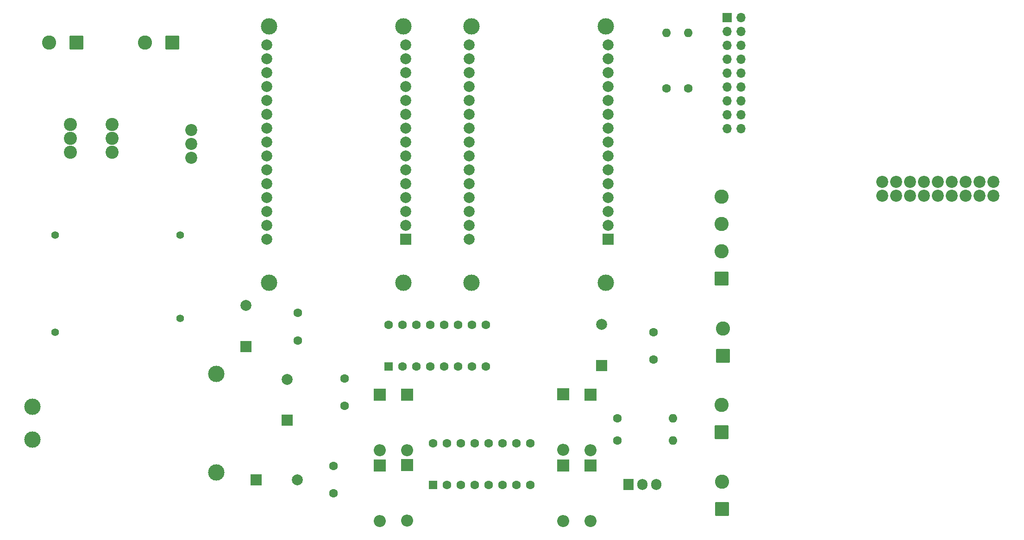
<source format=gbr>
%TF.GenerationSoftware,KiCad,Pcbnew,9.0.0*%
%TF.CreationDate,2025-03-24T15:48:26-05:00*%
%TF.ProjectId,DIIN-proyecto,4449494e-2d70-4726-9f79-6563746f2e6b,rev?*%
%TF.SameCoordinates,Original*%
%TF.FileFunction,Soldermask,Bot*%
%TF.FilePolarity,Negative*%
%FSLAX46Y46*%
G04 Gerber Fmt 4.6, Leading zero omitted, Abs format (unit mm)*
G04 Created by KiCad (PCBNEW 9.0.0) date 2025-03-24 15:48:26*
%MOMM*%
%LPD*%
G01*
G04 APERTURE LIST*
G04 Aperture macros list*
%AMRoundRect*
0 Rectangle with rounded corners*
0 $1 Rounding radius*
0 $2 $3 $4 $5 $6 $7 $8 $9 X,Y pos of 4 corners*
0 Add a 4 corners polygon primitive as box body*
4,1,4,$2,$3,$4,$5,$6,$7,$8,$9,$2,$3,0*
0 Add four circle primitives for the rounded corners*
1,1,$1+$1,$2,$3*
1,1,$1+$1,$4,$5*
1,1,$1+$1,$6,$7*
1,1,$1+$1,$8,$9*
0 Add four rect primitives between the rounded corners*
20,1,$1+$1,$2,$3,$4,$5,0*
20,1,$1+$1,$4,$5,$6,$7,0*
20,1,$1+$1,$6,$7,$8,$9,0*
20,1,$1+$1,$8,$9,$2,$3,0*%
G04 Aperture macros list end*
%ADD10C,2.200000*%
%ADD11C,1.400000*%
%ADD12C,1.600000*%
%ADD13O,1.600000X1.600000*%
%ADD14R,1.905000X2.000000*%
%ADD15O,1.905000X2.000000*%
%ADD16RoundRect,0.250000X1.050000X-1.050000X1.050000X1.050000X-1.050000X1.050000X-1.050000X-1.050000X0*%
%ADD17C,2.600000*%
%ADD18C,3.000000*%
%ADD19R,2.000000X2.000000*%
%ADD20C,2.000000*%
%ADD21R,2.200000X2.200000*%
%ADD22O,2.200000X2.200000*%
%ADD23R,1.700000X1.700000*%
%ADD24O,1.700000X1.700000*%
%ADD25C,2.400000*%
%ADD26RoundRect,0.250000X1.050000X1.050000X-1.050000X1.050000X-1.050000X-1.050000X1.050000X-1.050000X0*%
%ADD27RoundRect,0.250000X0.550000X-0.550000X0.550000X0.550000X-0.550000X0.550000X-0.550000X-0.550000X0*%
G04 APERTURE END LIST*
D10*
%TO.C,U9*%
X196840000Y-74190000D03*
X196840000Y-76730000D03*
X199380000Y-74190000D03*
X199380000Y-76730000D03*
X201920000Y-74190000D03*
X201920000Y-76730000D03*
X204460000Y-74190000D03*
X204460000Y-76730000D03*
X207000000Y-74190000D03*
X207000000Y-76730000D03*
X209540000Y-74190000D03*
X209540000Y-76730000D03*
X212080000Y-74190000D03*
X212080000Y-76730000D03*
X214620000Y-74190000D03*
X214620000Y-76730000D03*
X217160000Y-74190000D03*
X217160000Y-76730000D03*
%TD*%
D11*
%TO.C,PS1*%
X45636650Y-101700000D03*
X68496650Y-99160000D03*
X68496650Y-83920000D03*
X45636650Y-83920000D03*
%TD*%
D12*
%TO.C,R4*%
X148420000Y-121500000D03*
D13*
X158580000Y-121500000D03*
%TD*%
D12*
%TO.C,R3*%
X148420000Y-117450000D03*
D13*
X158580000Y-117450000D03*
%TD*%
D14*
%TO.C,Q1*%
X150420000Y-129500000D03*
D15*
X152960000Y-129500000D03*
X155500000Y-129500000D03*
%TD*%
D16*
%TO.C,J15*%
X167500000Y-134000000D03*
D17*
X167500000Y-129000000D03*
%TD*%
D18*
%TO.C,U2*%
X41491650Y-115310000D03*
X41491650Y-121310000D03*
X75091650Y-109310000D03*
X75091650Y-127310000D03*
%TD*%
D16*
%TO.C,J10*%
X167481650Y-91840000D03*
D17*
X167481650Y-86840000D03*
X167481650Y-81840000D03*
X167481650Y-76840000D03*
%TD*%
D10*
%TO.C,U7*%
X70496650Y-67200000D03*
X70496650Y-64660000D03*
X70496650Y-69740000D03*
%TD*%
D12*
%TO.C,C2*%
X98496650Y-115160000D03*
X98496650Y-110160000D03*
%TD*%
%TO.C,C6*%
X154996650Y-106660000D03*
X154996650Y-101660000D03*
%TD*%
D19*
%TO.C,C7*%
X82378950Y-128660000D03*
D20*
X89878950Y-128660000D03*
%TD*%
D21*
%TO.C,D2*%
X109956650Y-113080000D03*
D22*
X109956650Y-123240000D03*
%TD*%
D21*
%TO.C,D5*%
X138456650Y-113000000D03*
D22*
X138456650Y-123160000D03*
%TD*%
D23*
%TO.C,J1*%
X168496650Y-44080000D03*
D24*
X171036650Y-44080000D03*
X168496650Y-46620000D03*
X171036650Y-46620000D03*
X168496650Y-49160000D03*
X171036650Y-49160000D03*
X168496650Y-51700000D03*
X171036650Y-51700000D03*
X168496650Y-54240000D03*
X171036650Y-54240000D03*
X168496650Y-56780000D03*
X171036650Y-56780000D03*
X168496650Y-59320000D03*
X171036650Y-59320000D03*
X168496650Y-61860000D03*
X171036650Y-61860000D03*
X168496650Y-64400000D03*
X171036650Y-64400000D03*
%TD*%
D18*
%TO.C,U8*%
X109276650Y-92635000D03*
X109276650Y-45685000D03*
X84766650Y-92635000D03*
X84766650Y-45685000D03*
D19*
X109696650Y-84675000D03*
D20*
X109696650Y-82135000D03*
X109696650Y-79595000D03*
X109696650Y-77055000D03*
X109696650Y-74515000D03*
X109696650Y-71975000D03*
X109696650Y-69435000D03*
X109696650Y-66895000D03*
X109696650Y-64355000D03*
X109696650Y-61815000D03*
X109696650Y-59275000D03*
X109696650Y-56735000D03*
X109696650Y-54195000D03*
X109696650Y-51655000D03*
X109696650Y-49115000D03*
X84296650Y-49115000D03*
X84296650Y-51655000D03*
X84296650Y-54195000D03*
X84296650Y-56735000D03*
X84296650Y-59275000D03*
X84296650Y-61815000D03*
X84296650Y-64355000D03*
X84296650Y-66895000D03*
X84296650Y-69435000D03*
X84296650Y-71975000D03*
X84296650Y-74515000D03*
X84296650Y-77055000D03*
X84296650Y-79595000D03*
X84296650Y-82135000D03*
X84296650Y-84675000D03*
%TD*%
D19*
%TO.C,C5*%
X145496650Y-107777700D03*
D20*
X145496650Y-100277700D03*
%TD*%
D21*
%TO.C,D4*%
X104956650Y-126080000D03*
D22*
X104956650Y-136240000D03*
%TD*%
D21*
%TO.C,D6*%
X138456650Y-126080000D03*
D22*
X138456650Y-136240000D03*
%TD*%
D12*
%TO.C,R2*%
X161386650Y-57085000D03*
D13*
X161386650Y-46925000D03*
%TD*%
D21*
%TO.C,D1*%
X109956650Y-126000000D03*
D22*
X109956650Y-136160000D03*
%TD*%
D19*
%TO.C,C1*%
X87996650Y-117777700D03*
D20*
X87996650Y-110277700D03*
%TD*%
D25*
%TO.C,U3*%
X55996650Y-63660000D03*
X55996650Y-66200000D03*
X55996650Y-68740000D03*
X48376650Y-63660000D03*
X48376650Y-66200000D03*
X48376650Y-68740000D03*
%TD*%
D26*
%TO.C,J2*%
X49496650Y-48660000D03*
D17*
X44496650Y-48660000D03*
%TD*%
D16*
%TO.C,J3*%
X167481650Y-120000000D03*
D17*
X167481650Y-115000000D03*
%TD*%
D12*
%TO.C,C8*%
X96496650Y-126160000D03*
X96496650Y-131160000D03*
%TD*%
%TO.C,C4*%
X89996650Y-103160000D03*
X89996650Y-98160000D03*
%TD*%
D21*
%TO.C,D8*%
X143456650Y-126080000D03*
D22*
X143456650Y-136240000D03*
%TD*%
D26*
%TO.C,J4*%
X66996650Y-48660000D03*
D17*
X61996650Y-48660000D03*
%TD*%
D27*
%TO.C,U5*%
X114716650Y-129660000D03*
D12*
X117256650Y-129660000D03*
X119796650Y-129660000D03*
X122336650Y-129660000D03*
X124876650Y-129660000D03*
X127416650Y-129660000D03*
X129956650Y-129660000D03*
X132496650Y-129660000D03*
X132496650Y-122040000D03*
X129956650Y-122040000D03*
X127416650Y-122040000D03*
X124876650Y-122040000D03*
X122336650Y-122040000D03*
X119796650Y-122040000D03*
X117256650Y-122040000D03*
X114716650Y-122040000D03*
%TD*%
D27*
%TO.C,U1*%
X106606650Y-107965000D03*
D12*
X109146650Y-107965000D03*
X111686650Y-107965000D03*
X114226650Y-107965000D03*
X116766650Y-107965000D03*
X119306650Y-107965000D03*
X121846650Y-107965000D03*
X124386650Y-107965000D03*
X124386650Y-100345000D03*
X121846650Y-100345000D03*
X119306650Y-100345000D03*
X116766650Y-100345000D03*
X114226650Y-100345000D03*
X111686650Y-100345000D03*
X109146650Y-100345000D03*
X106606650Y-100345000D03*
%TD*%
D19*
%TO.C,C3*%
X80496650Y-104277700D03*
D20*
X80496650Y-96777700D03*
%TD*%
D16*
%TO.C,J6*%
X167672500Y-106000000D03*
D17*
X167672500Y-101000000D03*
%TD*%
D18*
%TO.C,U6*%
X146276650Y-92635000D03*
X146276650Y-45685000D03*
X121766650Y-92635000D03*
X121766650Y-45685000D03*
D19*
X146696650Y-84675000D03*
D20*
X146696650Y-82135000D03*
X146696650Y-79595000D03*
X146696650Y-77055000D03*
X146696650Y-74515000D03*
X146696650Y-71975000D03*
X146696650Y-69435000D03*
X146696650Y-66895000D03*
X146696650Y-64355000D03*
X146696650Y-61815000D03*
X146696650Y-59275000D03*
X146696650Y-56735000D03*
X146696650Y-54195000D03*
X146696650Y-51655000D03*
X146696650Y-49115000D03*
X121296650Y-49115000D03*
X121296650Y-51655000D03*
X121296650Y-54195000D03*
X121296650Y-56735000D03*
X121296650Y-59275000D03*
X121296650Y-61815000D03*
X121296650Y-64355000D03*
X121296650Y-66895000D03*
X121296650Y-69435000D03*
X121296650Y-71975000D03*
X121296650Y-74515000D03*
X121296650Y-77055000D03*
X121296650Y-79595000D03*
X121296650Y-82135000D03*
X121296650Y-84675000D03*
%TD*%
D12*
%TO.C,R1*%
X157336650Y-57085000D03*
D13*
X157336650Y-46925000D03*
%TD*%
D21*
%TO.C,D7*%
X143456650Y-113080000D03*
D22*
X143456650Y-123240000D03*
%TD*%
D21*
%TO.C,D3*%
X104956650Y-113080000D03*
D22*
X104956650Y-123240000D03*
%TD*%
M02*

</source>
